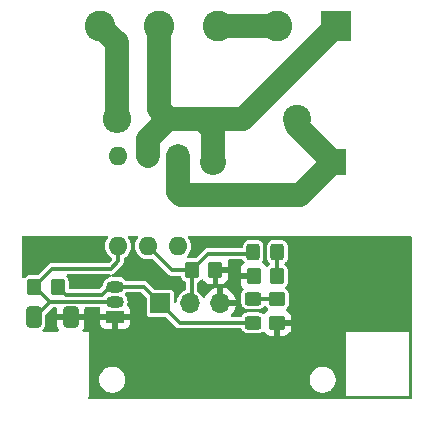
<source format=gbr>
%TF.GenerationSoftware,KiCad,Pcbnew,7.0.6-1.fc38*%
%TF.CreationDate,2023-08-14T17:52:23+02:00*%
%TF.ProjectId,220V_OPTO_SWITCH,32323056-5f4f-4505-944f-5f5357495443,rev?*%
%TF.SameCoordinates,Original*%
%TF.FileFunction,Copper,L1,Top*%
%TF.FilePolarity,Positive*%
%FSLAX46Y46*%
G04 Gerber Fmt 4.6, Leading zero omitted, Abs format (unit mm)*
G04 Created by KiCad (PCBNEW 7.0.6-1.fc38) date 2023-08-14 17:52:23*
%MOMM*%
%LPD*%
G01*
G04 APERTURE LIST*
G04 Aperture macros list*
%AMRoundRect*
0 Rectangle with rounded corners*
0 $1 Rounding radius*
0 $2 $3 $4 $5 $6 $7 $8 $9 X,Y pos of 4 corners*
0 Add a 4 corners polygon primitive as box body*
4,1,4,$2,$3,$4,$5,$6,$7,$8,$9,$2,$3,0*
0 Add four circle primitives for the rounded corners*
1,1,$1+$1,$2,$3*
1,1,$1+$1,$4,$5*
1,1,$1+$1,$6,$7*
1,1,$1+$1,$8,$9*
0 Add four rect primitives between the rounded corners*
20,1,$1+$1,$2,$3,$4,$5,0*
20,1,$1+$1,$4,$5,$6,$7,0*
20,1,$1+$1,$6,$7,$8,$9,0*
20,1,$1+$1,$8,$9,$2,$3,0*%
G04 Aperture macros list end*
%TA.AperFunction,ComponentPad*%
%ADD10R,1.600000X1.600000*%
%TD*%
%TA.AperFunction,ComponentPad*%
%ADD11O,1.600000X1.600000*%
%TD*%
%TA.AperFunction,SMDPad,CuDef*%
%ADD12RoundRect,0.250000X0.350000X0.450000X-0.350000X0.450000X-0.350000X-0.450000X0.350000X-0.450000X0*%
%TD*%
%TA.AperFunction,SMDPad,CuDef*%
%ADD13RoundRect,0.250000X-0.450000X0.350000X-0.450000X-0.350000X0.450000X-0.350000X0.450000X0.350000X0*%
%TD*%
%TA.AperFunction,SMDPad,CuDef*%
%ADD14RoundRect,0.250000X-0.350000X-0.450000X0.350000X-0.450000X0.350000X0.450000X-0.350000X0.450000X0*%
%TD*%
%TA.AperFunction,ComponentPad*%
%ADD15C,2.400000*%
%TD*%
%TA.AperFunction,ComponentPad*%
%ADD16O,2.400000X2.400000*%
%TD*%
%TA.AperFunction,ComponentPad*%
%ADD17R,1.500000X1.050000*%
%TD*%
%TA.AperFunction,ComponentPad*%
%ADD18O,1.500000X1.050000*%
%TD*%
%TA.AperFunction,ComponentPad*%
%ADD19R,1.700000X1.700000*%
%TD*%
%TA.AperFunction,ComponentPad*%
%ADD20O,1.700000X1.700000*%
%TD*%
%TA.AperFunction,ComponentPad*%
%ADD21R,2.600000X2.600000*%
%TD*%
%TA.AperFunction,ComponentPad*%
%ADD22C,2.600000*%
%TD*%
%TA.AperFunction,SMDPad,CuDef*%
%ADD23RoundRect,0.250000X0.325000X0.450000X-0.325000X0.450000X-0.325000X-0.450000X0.325000X-0.450000X0*%
%TD*%
%TA.AperFunction,SMDPad,CuDef*%
%ADD24RoundRect,0.250000X-0.450000X0.325000X-0.450000X-0.325000X0.450000X-0.325000X0.450000X0.325000X0*%
%TD*%
%TA.AperFunction,ComponentPad*%
%ADD25R,2.200000X2.200000*%
%TD*%
%TA.AperFunction,ComponentPad*%
%ADD26O,2.200000X2.200000*%
%TD*%
%TA.AperFunction,SMDPad,CuDef*%
%ADD27RoundRect,0.250000X-0.412500X-0.650000X0.412500X-0.650000X0.412500X0.650000X-0.412500X0.650000X0*%
%TD*%
%TA.AperFunction,ViaPad*%
%ADD28C,0.800000*%
%TD*%
%TA.AperFunction,Conductor*%
%ADD29C,0.350000*%
%TD*%
%TA.AperFunction,Conductor*%
%ADD30C,2.000000*%
%TD*%
G04 APERTURE END LIST*
D10*
%TO.P,U1,1*%
%TO.N,Net-(D1-K)*%
X95631000Y-79375000D03*
D11*
%TO.P,U1,2*%
%TO.N,NEUT*%
X93091000Y-79375000D03*
%TO.P,U1,3,NC*%
%TO.N,unconnected-(U1-NC-Pad3)*%
X90551000Y-79375000D03*
%TO.P,U1,4*%
%TO.N,Net-(Q1-B)*%
X90551000Y-86995000D03*
%TO.P,U1,5*%
%TO.N,+3.3V*%
X93091000Y-86995000D03*
%TO.P,U1,6*%
%TO.N,unconnected-(U1-Pad6)*%
X95631000Y-86995000D03*
%TD*%
D12*
%TO.P,R5,1*%
%TO.N,Net-(D3-K)*%
X104013000Y-89535000D03*
%TO.P,R5,2*%
%TO.N,GND*%
X102013000Y-89535000D03*
%TD*%
D13*
%TO.P,R4,1*%
%TO.N,Net-(D2-K)*%
X104013000Y-91472000D03*
%TO.P,R4,2*%
%TO.N,GND*%
X104013000Y-93472000D03*
%TD*%
D12*
%TO.P,R3,1*%
%TO.N,SIG*%
X85455000Y-90424000D03*
%TO.P,R3,2*%
%TO.N,Net-(Q1-B)*%
X83455000Y-90424000D03*
%TD*%
D14*
%TO.P,R2,1*%
%TO.N,+3.3V*%
X96790000Y-89027000D03*
%TO.P,R2,2*%
%TO.N,GND*%
X98790000Y-89027000D03*
%TD*%
D15*
%TO.P,R1,1*%
%TO.N,Net-(D1-K)*%
X105664000Y-76200000D03*
D16*
%TO.P,R1,2*%
%TO.N,-VSW*%
X90424000Y-76200000D03*
%TD*%
D17*
%TO.P,Q1,1,C*%
%TO.N,GND*%
X90297000Y-92964000D03*
D18*
%TO.P,Q1,2,B*%
%TO.N,Net-(Q1-B)*%
X90297000Y-91694000D03*
%TO.P,Q1,3,E*%
%TO.N,SIG*%
X90297000Y-90424000D03*
%TD*%
D19*
%TO.P,J2,1,Pin_1*%
%TO.N,SIG*%
X94107000Y-91821000D03*
D20*
%TO.P,J2,2,Pin_2*%
%TO.N,+3.3V*%
X96647000Y-91821000D03*
%TO.P,J2,3,Pin_3*%
%TO.N,GND*%
X99187000Y-91821000D03*
%TD*%
D21*
%TO.P,J1,1,Pin_1*%
%TO.N,NEUT*%
X109013000Y-68326000D03*
D22*
%TO.P,J1,2,Pin_2*%
%TO.N,LINE*%
X104013000Y-68326000D03*
%TO.P,J1,3,Pin_3*%
X99013000Y-68326000D03*
%TO.P,J1,4,Pin_4*%
%TO.N,NEUT*%
X94013000Y-68326000D03*
%TO.P,J1,5,Pin_5*%
%TO.N,-VSW*%
X89013000Y-68326000D03*
%TD*%
D23*
%TO.P,D3,1,K*%
%TO.N,Net-(D3-K)*%
X104031000Y-87503000D03*
%TO.P,D3,2,A*%
%TO.N,+3.3V*%
X101981000Y-87503000D03*
%TD*%
D24*
%TO.P,D2,1,K*%
%TO.N,Net-(D2-K)*%
X101981000Y-91431000D03*
%TO.P,D2,2,A*%
%TO.N,SIG*%
X101981000Y-93481000D03*
%TD*%
D25*
%TO.P,D1,1,K*%
%TO.N,Net-(D1-K)*%
X108712000Y-79883000D03*
D26*
%TO.P,D1,2,A*%
%TO.N,NEUT*%
X98552000Y-79883000D03*
%TD*%
D27*
%TO.P,C1,1*%
%TO.N,Net-(Q1-B)*%
X83400500Y-92964000D03*
%TO.P,C1,2*%
%TO.N,GND*%
X86525500Y-92964000D03*
%TD*%
D28*
%TO.N,GND*%
X100330000Y-89154000D03*
X93726000Y-93980000D03*
X86868000Y-90170000D03*
X93091000Y-89154000D03*
X86233000Y-87503000D03*
%TD*%
D29*
%TO.N,Net-(D3-K)*%
X104031000Y-87503000D02*
X104031000Y-89517000D01*
X104031000Y-89517000D02*
X104013000Y-89535000D01*
%TO.N,+3.3V*%
X98187000Y-87630000D02*
X101854000Y-87630000D01*
X101854000Y-87630000D02*
X101981000Y-87503000D01*
X93091000Y-86995000D02*
X95123000Y-89027000D01*
X95123000Y-89027000D02*
X96790000Y-89027000D01*
%TO.N,Net-(Q1-B)*%
X90551000Y-88265000D02*
X89916000Y-88900000D01*
X90551000Y-86995000D02*
X90551000Y-88265000D01*
X89916000Y-88900000D02*
X84979000Y-88900000D01*
X84979000Y-88900000D02*
X83455000Y-90424000D01*
D30*
%TO.N,NEUT*%
X97663000Y-76200000D02*
X101139000Y-76200000D01*
X101139000Y-76200000D02*
X109013000Y-68326000D01*
%TO.N,LINE*%
X99013000Y-68326000D02*
X104013000Y-68326000D01*
%TO.N,NEUT*%
X94013000Y-68326000D02*
X94013000Y-75407000D01*
X94013000Y-75407000D02*
X94806000Y-76200000D01*
%TO.N,-VSW*%
X90410000Y-69723000D02*
X90424000Y-69723000D01*
X89013000Y-68326000D02*
X90410000Y-69723000D01*
X90424000Y-69723000D02*
X90424000Y-76200000D01*
D29*
%TO.N,Net-(Q1-B)*%
X83455000Y-90424000D02*
X83537500Y-90424000D01*
X83537500Y-90424000D02*
X84802500Y-91689000D01*
X83400500Y-92964000D02*
X83527500Y-92964000D01*
X83527500Y-92964000D02*
X84802500Y-91689000D01*
%TO.N,Net-(D3-K)*%
X104013000Y-87655000D02*
X104038000Y-87630000D01*
%TO.N,+3.3V*%
X98187000Y-87630000D02*
X96790000Y-89027000D01*
%TO.N,Net-(D2-K)*%
X101981000Y-91431000D02*
X103972000Y-91431000D01*
X103972000Y-91431000D02*
X104013000Y-91472000D01*
%TO.N,SIG*%
X94107000Y-91821000D02*
X95767000Y-93481000D01*
X95767000Y-93481000D02*
X101981000Y-93481000D01*
%TO.N,GND*%
X98790000Y-91424000D02*
X99187000Y-91821000D01*
%TO.N,+3.3V*%
X96790000Y-89027000D02*
X96790000Y-91678000D01*
X96790000Y-91678000D02*
X96647000Y-91821000D01*
%TO.N,SIG*%
X90297000Y-90424000D02*
X92710000Y-90424000D01*
X92710000Y-90424000D02*
X94107000Y-91821000D01*
X86170000Y-91139000D02*
X89154000Y-91139000D01*
X85455000Y-90424000D02*
X86170000Y-91139000D01*
X89154000Y-91139000D02*
X89869000Y-90424000D01*
X89869000Y-90424000D02*
X90297000Y-90424000D01*
%TO.N,Net-(Q1-B)*%
X84802500Y-91689000D02*
X90292000Y-91689000D01*
X90292000Y-91689000D02*
X90297000Y-91694000D01*
D30*
%TO.N,Net-(D1-K)*%
X105664000Y-76200000D02*
X105664000Y-76835000D01*
X105664000Y-76835000D02*
X108712000Y-79883000D01*
X95631000Y-82423000D02*
X95885000Y-82677000D01*
X95631000Y-79375000D02*
X95631000Y-82423000D01*
X95885000Y-82677000D02*
X105918000Y-82677000D01*
X105918000Y-82677000D02*
X108712000Y-79883000D01*
%TO.N,NEUT*%
X98552000Y-79883000D02*
X98552000Y-77089000D01*
X98552000Y-77089000D02*
X97663000Y-76200000D01*
X97663000Y-76200000D02*
X94806000Y-76200000D01*
X94806000Y-76200000D02*
X93091000Y-77915000D01*
X93091000Y-77915000D02*
X93091000Y-79375000D01*
%TD*%
%TA.AperFunction,Conductor*%
%TO.N,GND*%
G36*
X115385539Y-86125685D02*
G01*
X115431294Y-86178489D01*
X115442500Y-86230000D01*
X115442500Y-99824500D01*
X115422815Y-99891539D01*
X115370011Y-99937294D01*
X115318500Y-99948500D01*
X88121947Y-99948500D01*
X88054908Y-99928815D01*
X88009153Y-99876011D01*
X87999209Y-99806853D01*
X88028234Y-99743297D01*
X88034266Y-99736819D01*
X88069410Y-99701675D01*
X88069410Y-98298000D01*
X88937785Y-98298000D01*
X88956602Y-98501082D01*
X89012417Y-98697247D01*
X89012422Y-98697260D01*
X89103327Y-98879821D01*
X89226237Y-99042581D01*
X89376958Y-99179980D01*
X89376960Y-99179982D01*
X89503148Y-99258113D01*
X89550363Y-99287348D01*
X89581863Y-99299551D01*
X89584927Y-99300844D01*
X89585002Y-99300870D01*
X89585004Y-99300871D01*
X89586021Y-99301223D01*
X89587499Y-99301735D01*
X89665885Y-99332101D01*
X89740544Y-99361024D01*
X89773395Y-99367165D01*
X89776608Y-99367854D01*
X89783070Y-99369422D01*
X89783075Y-99369424D01*
X89783079Y-99369424D01*
X89783081Y-99369425D01*
X89793493Y-99370922D01*
X89820696Y-99376007D01*
X89941024Y-99398500D01*
X89941026Y-99398500D01*
X89976437Y-99398500D01*
X89984643Y-99399086D01*
X89984649Y-99398972D01*
X89990537Y-99399252D01*
X89990541Y-99399253D01*
X89990544Y-99399252D01*
X89990548Y-99399253D01*
X89998954Y-99398853D01*
X89998964Y-99398855D01*
X90004938Y-99398570D01*
X90007891Y-99398500D01*
X90144975Y-99398500D01*
X90144976Y-99398500D01*
X90188198Y-99390420D01*
X90196646Y-99389435D01*
X90199902Y-99389280D01*
X90199904Y-99389279D01*
X90201781Y-99389190D01*
X90201827Y-99389185D01*
X90234914Y-99387608D01*
X90265294Y-99376008D01*
X90345456Y-99361024D01*
X90390381Y-99343619D01*
X90398145Y-99341186D01*
X90403593Y-99339865D01*
X90403596Y-99339863D01*
X90406340Y-99339198D01*
X90406370Y-99339190D01*
X90435586Y-99332101D01*
X90461999Y-99315875D01*
X90518895Y-99293833D01*
X90535635Y-99287349D01*
X90535640Y-99287346D01*
X90580244Y-99259728D01*
X90587092Y-99256064D01*
X90594251Y-99252795D01*
X90594254Y-99252792D01*
X90598575Y-99250820D01*
X90600528Y-99249928D01*
X90601782Y-99249747D01*
X90605029Y-99247872D01*
X90622245Y-99240010D01*
X90644028Y-99220234D01*
X90709041Y-99179981D01*
X90751053Y-99141681D01*
X90756809Y-99137036D01*
X90764985Y-99131215D01*
X90764989Y-99131210D01*
X90765077Y-99131148D01*
X90767906Y-99130168D01*
X90774622Y-99124350D01*
X90788296Y-99114612D01*
X90805053Y-99092453D01*
X90859764Y-99042579D01*
X90896691Y-98993678D01*
X90901278Y-98988278D01*
X90904207Y-98985203D01*
X90905284Y-98984074D01*
X90909302Y-98981752D01*
X90917799Y-98970949D01*
X90927839Y-98960419D01*
X90939455Y-98937050D01*
X90982673Y-98879821D01*
X91009822Y-98825297D01*
X91017339Y-98817189D01*
X91018541Y-98814187D01*
X91029342Y-98793235D01*
X91035993Y-98782884D01*
X91042607Y-98759455D01*
X91073582Y-98697250D01*
X91090598Y-98637443D01*
X91097343Y-98626750D01*
X91098596Y-98620253D01*
X91105240Y-98597626D01*
X91108947Y-98588365D01*
X91110948Y-98565921D01*
X91129397Y-98501083D01*
X91136368Y-98425845D01*
X91137217Y-98419880D01*
X91140510Y-98402799D01*
X91140510Y-98402794D01*
X91144179Y-98383758D01*
X91142173Y-98363195D01*
X91148215Y-98298000D01*
X106760785Y-98298000D01*
X106779602Y-98501082D01*
X106835417Y-98697247D01*
X106835422Y-98697260D01*
X106926327Y-98879821D01*
X107049237Y-99042581D01*
X107199958Y-99179980D01*
X107199960Y-99179982D01*
X107326148Y-99258113D01*
X107373363Y-99287348D01*
X107404863Y-99299551D01*
X107407927Y-99300844D01*
X107408002Y-99300870D01*
X107408004Y-99300871D01*
X107409021Y-99301223D01*
X107410499Y-99301735D01*
X107488885Y-99332101D01*
X107563544Y-99361024D01*
X107596395Y-99367165D01*
X107599608Y-99367854D01*
X107606070Y-99369422D01*
X107606075Y-99369424D01*
X107606079Y-99369424D01*
X107606081Y-99369425D01*
X107616493Y-99370922D01*
X107643696Y-99376007D01*
X107764024Y-99398500D01*
X107764026Y-99398500D01*
X107799437Y-99398500D01*
X107807643Y-99399086D01*
X107807649Y-99398972D01*
X107813537Y-99399252D01*
X107813541Y-99399253D01*
X107813544Y-99399252D01*
X107813548Y-99399253D01*
X107821954Y-99398853D01*
X107821964Y-99398855D01*
X107827938Y-99398570D01*
X107830891Y-99398500D01*
X107967975Y-99398500D01*
X107967976Y-99398500D01*
X108011198Y-99390420D01*
X108019646Y-99389435D01*
X108022902Y-99389280D01*
X108022904Y-99389279D01*
X108024781Y-99389190D01*
X108024827Y-99389185D01*
X108057914Y-99387608D01*
X108088294Y-99376008D01*
X108168456Y-99361024D01*
X108213381Y-99343619D01*
X108221145Y-99341186D01*
X108226593Y-99339865D01*
X108226596Y-99339863D01*
X108229340Y-99339198D01*
X108229370Y-99339190D01*
X108258586Y-99332101D01*
X108284999Y-99315875D01*
X108341895Y-99293833D01*
X108358635Y-99287349D01*
X108358640Y-99287346D01*
X108403244Y-99259728D01*
X108410092Y-99256064D01*
X108417251Y-99252795D01*
X108417254Y-99252792D01*
X108421575Y-99250820D01*
X108423528Y-99249928D01*
X108424782Y-99249747D01*
X108428029Y-99247872D01*
X108445245Y-99240010D01*
X108467028Y-99220234D01*
X108532041Y-99179981D01*
X108574053Y-99141681D01*
X108579809Y-99137036D01*
X108587985Y-99131215D01*
X108587989Y-99131210D01*
X108588077Y-99131148D01*
X108590906Y-99130168D01*
X108597622Y-99124350D01*
X108611296Y-99114612D01*
X108628053Y-99092453D01*
X108682764Y-99042579D01*
X108719691Y-98993678D01*
X108724278Y-98988278D01*
X108727207Y-98985203D01*
X108728284Y-98984074D01*
X108732302Y-98981752D01*
X108740799Y-98970949D01*
X108750839Y-98960419D01*
X108762455Y-98937050D01*
X108805673Y-98879821D01*
X108832822Y-98825297D01*
X108840339Y-98817189D01*
X108841541Y-98814187D01*
X108852342Y-98793235D01*
X108858993Y-98782884D01*
X108865607Y-98759455D01*
X108896582Y-98697250D01*
X108913598Y-98637443D01*
X108920343Y-98626750D01*
X108921596Y-98620253D01*
X108928240Y-98597626D01*
X108931947Y-98588365D01*
X108933948Y-98565921D01*
X108952397Y-98501083D01*
X108959368Y-98425845D01*
X108960217Y-98419880D01*
X108963510Y-98402799D01*
X108963510Y-98402794D01*
X108967179Y-98383758D01*
X108965173Y-98363195D01*
X108971215Y-98298000D01*
X108965173Y-98232804D01*
X108968180Y-98217433D01*
X108960220Y-98176132D01*
X108959368Y-98170148D01*
X108952397Y-98094917D01*
X108933948Y-98030076D01*
X108934091Y-98012986D01*
X108928239Y-97998369D01*
X108921597Y-97975746D01*
X108921152Y-97973440D01*
X108913599Y-97958558D01*
X108896582Y-97898750D01*
X108896581Y-97898747D01*
X108896580Y-97898744D01*
X108865608Y-97836546D01*
X108862365Y-97818359D01*
X108852342Y-97802762D01*
X108841891Y-97782490D01*
X108832824Y-97770705D01*
X108805673Y-97716179D01*
X108805670Y-97716175D01*
X108805669Y-97716173D01*
X108762456Y-97658949D01*
X108755456Y-97640420D01*
X108740797Y-97625047D01*
X108734144Y-97616588D01*
X108728316Y-97611957D01*
X108724299Y-97607744D01*
X108719692Y-97602322D01*
X108709043Y-97588220D01*
X108682766Y-97553422D01*
X108682764Y-97553420D01*
X108628055Y-97503547D01*
X108617101Y-97485519D01*
X108597623Y-97471649D01*
X108592369Y-97467096D01*
X108588065Y-97464842D01*
X108579832Y-97458978D01*
X108574024Y-97454291D01*
X108559766Y-97441293D01*
X108532041Y-97416019D01*
X108532034Y-97416015D01*
X108532032Y-97416013D01*
X108467029Y-97375765D01*
X108452113Y-97359124D01*
X108428029Y-97348126D01*
X108425533Y-97346685D01*
X108423586Y-97346097D01*
X108410104Y-97339940D01*
X108403214Y-97336253D01*
X108358637Y-97308652D01*
X108312282Y-97290694D01*
X108284993Y-97280122D01*
X108266320Y-97265772D01*
X108226264Y-97256055D01*
X108224216Y-97255558D01*
X108221155Y-97254815D01*
X108213370Y-97252375D01*
X108182645Y-97240473D01*
X108168456Y-97234976D01*
X108168447Y-97234974D01*
X108168446Y-97234974D01*
X108088284Y-97219988D01*
X108066247Y-97208783D01*
X108019641Y-97206563D01*
X108011191Y-97205577D01*
X107967980Y-97197500D01*
X107967976Y-97197500D01*
X107830834Y-97197500D01*
X107827884Y-97197430D01*
X107813540Y-97196746D01*
X107807649Y-97197028D01*
X107807643Y-97196913D01*
X107799437Y-97197500D01*
X107764024Y-97197500D01*
X107720816Y-97205577D01*
X107616491Y-97225078D01*
X107606072Y-97226576D01*
X107599593Y-97228148D01*
X107596373Y-97228839D01*
X107563548Y-97234975D01*
X107563538Y-97234977D01*
X107410496Y-97294266D01*
X107407915Y-97295159D01*
X107404811Y-97296468D01*
X107373363Y-97308651D01*
X107373361Y-97308652D01*
X107199957Y-97416020D01*
X107049237Y-97553418D01*
X106926327Y-97716178D01*
X106835422Y-97898739D01*
X106835417Y-97898752D01*
X106779602Y-98094917D01*
X106760785Y-98297999D01*
X106760785Y-98298000D01*
X91148215Y-98298000D01*
X91142173Y-98232804D01*
X91145180Y-98217433D01*
X91137220Y-98176132D01*
X91136368Y-98170148D01*
X91129397Y-98094917D01*
X91110948Y-98030076D01*
X91111091Y-98012986D01*
X91105239Y-97998369D01*
X91098597Y-97975746D01*
X91098152Y-97973440D01*
X91090599Y-97958558D01*
X91073582Y-97898750D01*
X91073581Y-97898747D01*
X91073580Y-97898744D01*
X91042608Y-97836546D01*
X91039365Y-97818359D01*
X91029342Y-97802762D01*
X91018891Y-97782490D01*
X91009824Y-97770705D01*
X90982673Y-97716179D01*
X90982670Y-97716175D01*
X90982669Y-97716173D01*
X90939456Y-97658949D01*
X90932456Y-97640420D01*
X90917797Y-97625047D01*
X90911144Y-97616588D01*
X90905316Y-97611957D01*
X90901299Y-97607744D01*
X90896692Y-97602322D01*
X90886043Y-97588220D01*
X90859766Y-97553422D01*
X90859764Y-97553420D01*
X90805055Y-97503547D01*
X90794101Y-97485519D01*
X90774623Y-97471649D01*
X90769369Y-97467096D01*
X90765065Y-97464842D01*
X90756832Y-97458978D01*
X90751024Y-97454291D01*
X90736766Y-97441293D01*
X90709041Y-97416019D01*
X90709034Y-97416015D01*
X90709032Y-97416013D01*
X90644029Y-97375765D01*
X90629113Y-97359124D01*
X90605029Y-97348126D01*
X90602533Y-97346685D01*
X90600586Y-97346097D01*
X90587104Y-97339940D01*
X90580214Y-97336253D01*
X90535637Y-97308652D01*
X90489282Y-97290694D01*
X90461993Y-97280122D01*
X90443320Y-97265772D01*
X90403264Y-97256055D01*
X90401216Y-97255558D01*
X90398155Y-97254815D01*
X90390370Y-97252375D01*
X90359645Y-97240473D01*
X90345456Y-97234976D01*
X90345447Y-97234974D01*
X90345446Y-97234974D01*
X90265284Y-97219988D01*
X90243247Y-97208783D01*
X90196641Y-97206563D01*
X90188191Y-97205577D01*
X90144980Y-97197500D01*
X90144976Y-97197500D01*
X90007834Y-97197500D01*
X90004884Y-97197430D01*
X89990540Y-97196746D01*
X89984649Y-97197028D01*
X89984643Y-97196913D01*
X89976437Y-97197500D01*
X89941024Y-97197500D01*
X89897816Y-97205577D01*
X89793491Y-97225078D01*
X89783072Y-97226576D01*
X89776593Y-97228148D01*
X89773373Y-97228839D01*
X89740548Y-97234975D01*
X89740538Y-97234977D01*
X89587496Y-97294266D01*
X89584915Y-97295159D01*
X89581811Y-97296468D01*
X89550363Y-97308651D01*
X89550361Y-97308652D01*
X89376957Y-97416020D01*
X89226237Y-97553418D01*
X89103327Y-97716178D01*
X89012422Y-97898739D01*
X89012417Y-97898752D01*
X88956602Y-98094917D01*
X88937785Y-98297999D01*
X88937785Y-98298000D01*
X88069410Y-98298000D01*
X88069410Y-94240675D01*
X87654832Y-94240675D01*
X87587793Y-94220990D01*
X87542038Y-94168186D01*
X87532094Y-94099028D01*
X87549293Y-94051578D01*
X87622356Y-93933124D01*
X87622358Y-93933119D01*
X87677505Y-93766697D01*
X87677506Y-93766690D01*
X87687999Y-93663986D01*
X87688000Y-93663973D01*
X87688000Y-93214000D01*
X85363001Y-93214000D01*
X85363001Y-93663986D01*
X85373494Y-93766697D01*
X85428641Y-93933119D01*
X85428643Y-93933124D01*
X85501707Y-94051578D01*
X85520147Y-94118970D01*
X85499225Y-94185634D01*
X85445583Y-94230404D01*
X85396168Y-94240675D01*
X84266409Y-94240675D01*
X84199370Y-94220990D01*
X84153615Y-94168186D01*
X84143671Y-94099028D01*
X84172696Y-94035472D01*
X84191484Y-94017871D01*
X84205922Y-94006922D01*
X84219513Y-93988999D01*
X84297361Y-93886342D01*
X84352877Y-93745564D01*
X84363500Y-93657102D01*
X84363500Y-92851819D01*
X84383185Y-92784781D01*
X84399819Y-92764139D01*
X84963139Y-92200819D01*
X85024462Y-92167334D01*
X85050820Y-92164500D01*
X85239000Y-92164500D01*
X85306039Y-92184185D01*
X85351794Y-92236989D01*
X85363000Y-92288500D01*
X85363000Y-92714000D01*
X87687999Y-92714000D01*
X87687999Y-92288500D01*
X87707684Y-92221461D01*
X87760488Y-92175706D01*
X87811999Y-92164500D01*
X88937142Y-92164500D01*
X89004181Y-92184185D01*
X89049936Y-92236989D01*
X89059880Y-92306147D01*
X89053718Y-92330283D01*
X89053401Y-92331627D01*
X89047000Y-92391155D01*
X89047000Y-92714000D01*
X90017440Y-92714000D01*
X89978722Y-92756059D01*
X89928449Y-92870670D01*
X89918114Y-92995395D01*
X89948837Y-93116719D01*
X90012394Y-93214000D01*
X89047000Y-93214000D01*
X89047000Y-93536844D01*
X89053401Y-93596372D01*
X89053403Y-93596379D01*
X89103645Y-93731086D01*
X89103649Y-93731093D01*
X89189809Y-93846187D01*
X89189812Y-93846190D01*
X89304906Y-93932350D01*
X89304913Y-93932354D01*
X89439620Y-93982596D01*
X89439627Y-93982598D01*
X89499155Y-93988999D01*
X89499172Y-93989000D01*
X90047000Y-93989000D01*
X90047000Y-93244617D01*
X90116052Y-93298363D01*
X90234424Y-93339000D01*
X90328073Y-93339000D01*
X90420446Y-93323586D01*
X90530514Y-93264019D01*
X90547000Y-93246110D01*
X90547000Y-93989000D01*
X91094828Y-93989000D01*
X91094844Y-93988999D01*
X91154372Y-93982598D01*
X91154379Y-93982596D01*
X91289086Y-93932354D01*
X91289093Y-93932350D01*
X91404187Y-93846190D01*
X91404190Y-93846187D01*
X91490350Y-93731093D01*
X91490354Y-93731086D01*
X91540596Y-93596379D01*
X91540598Y-93596372D01*
X91546999Y-93536844D01*
X91547000Y-93536827D01*
X91547000Y-93214000D01*
X90576560Y-93214000D01*
X90615278Y-93171941D01*
X90665551Y-93057330D01*
X90675886Y-92932605D01*
X90645163Y-92811281D01*
X90581606Y-92714000D01*
X91547000Y-92714000D01*
X91547000Y-92391172D01*
X91546999Y-92391155D01*
X91540598Y-92331627D01*
X91540596Y-92331620D01*
X91490354Y-92196913D01*
X91490350Y-92196906D01*
X91404191Y-92081814D01*
X91404184Y-92081806D01*
X91365986Y-92053212D01*
X91324114Y-91997279D01*
X91319130Y-91927587D01*
X91320820Y-91920756D01*
X91322097Y-91916156D01*
X91322101Y-91916147D01*
X91351150Y-91738955D01*
X91341429Y-91559661D01*
X91341428Y-91559656D01*
X91293394Y-91386651D01*
X91293391Y-91386645D01*
X91209285Y-91228006D01*
X91135657Y-91141325D01*
X91107259Y-91077487D01*
X91117883Y-91008430D01*
X91144892Y-90971024D01*
X91154875Y-90961569D01*
X91160067Y-90953911D01*
X91213980Y-90909472D01*
X91262699Y-90899500D01*
X92461679Y-90899500D01*
X92528718Y-90919185D01*
X92549360Y-90935819D01*
X92920181Y-91306639D01*
X92953666Y-91367962D01*
X92956500Y-91394320D01*
X92956500Y-92715856D01*
X92956502Y-92715882D01*
X92959413Y-92740987D01*
X92959415Y-92740991D01*
X93004793Y-92843764D01*
X93004794Y-92843765D01*
X93084235Y-92923206D01*
X93187009Y-92968585D01*
X93212135Y-92971500D01*
X94533678Y-92971499D01*
X94600717Y-92991184D01*
X94621359Y-93007818D01*
X95385192Y-93771651D01*
X95401825Y-93792291D01*
X95403945Y-93795589D01*
X95441117Y-93827798D01*
X95444333Y-93830792D01*
X95454820Y-93841279D01*
X95454827Y-93841284D01*
X95454828Y-93841285D01*
X95466672Y-93850151D01*
X95470119Y-93852928D01*
X95507280Y-93885128D01*
X95507282Y-93885130D01*
X95510844Y-93886756D01*
X95533634Y-93900278D01*
X95536774Y-93902629D01*
X95582869Y-93919820D01*
X95586904Y-93921491D01*
X95631658Y-93941931D01*
X95635526Y-93942487D01*
X95661220Y-93949044D01*
X95664886Y-93950412D01*
X95713941Y-93953920D01*
X95718319Y-93954390D01*
X95732989Y-93956500D01*
X95747788Y-93956500D01*
X95752210Y-93956657D01*
X95801271Y-93960167D01*
X95805101Y-93959333D01*
X95831458Y-93956500D01*
X100914196Y-93956500D01*
X100981235Y-93976185D01*
X101026990Y-94028989D01*
X101029550Y-94035010D01*
X101046637Y-94078339D01*
X101046638Y-94078341D01*
X101138077Y-94198922D01*
X101258656Y-94290360D01*
X101258657Y-94290360D01*
X101258658Y-94290361D01*
X101399436Y-94345877D01*
X101487898Y-94356500D01*
X101487903Y-94356500D01*
X102474097Y-94356500D01*
X102474102Y-94356500D01*
X102562564Y-94345877D01*
X102703342Y-94290361D01*
X102776705Y-94234727D01*
X102842015Y-94209904D01*
X102910379Y-94224331D01*
X102957168Y-94268433D01*
X102970682Y-94290343D01*
X103094654Y-94414315D01*
X103243875Y-94506356D01*
X103243880Y-94506358D01*
X103410302Y-94561505D01*
X103410309Y-94561506D01*
X103513019Y-94571999D01*
X103762999Y-94571999D01*
X103763000Y-94571998D01*
X103763000Y-93722000D01*
X104263000Y-93722000D01*
X104263000Y-94571999D01*
X104512972Y-94571999D01*
X104512986Y-94571998D01*
X104615697Y-94561505D01*
X104782119Y-94506358D01*
X104782124Y-94506356D01*
X104931345Y-94414315D01*
X105055315Y-94290345D01*
X105090069Y-94234000D01*
X109855000Y-94234000D01*
X109855000Y-99695000D01*
X115189000Y-99695000D01*
X115189000Y-94234000D01*
X109855000Y-94234000D01*
X105090069Y-94234000D01*
X105147356Y-94141124D01*
X105147358Y-94141119D01*
X105202505Y-93974697D01*
X105202506Y-93974690D01*
X105212999Y-93871986D01*
X105213000Y-93871973D01*
X105213000Y-93722000D01*
X104263000Y-93722000D01*
X103763000Y-93722000D01*
X103763000Y-93346000D01*
X103782685Y-93278961D01*
X103835489Y-93233206D01*
X103887000Y-93222000D01*
X105212999Y-93222000D01*
X105212999Y-93072028D01*
X105212998Y-93072013D01*
X105202505Y-92969302D01*
X105147358Y-92802880D01*
X105147356Y-92802875D01*
X105055315Y-92653654D01*
X104931344Y-92529683D01*
X104931340Y-92529680D01*
X104814875Y-92457843D01*
X104768150Y-92405895D01*
X104756929Y-92336933D01*
X104784772Y-92272851D01*
X104805042Y-92253505D01*
X104855922Y-92214922D01*
X104947361Y-92094342D01*
X105002877Y-91953564D01*
X105013500Y-91865102D01*
X105013500Y-91078898D01*
X105002877Y-90990436D01*
X104947361Y-90849658D01*
X104947360Y-90849657D01*
X104947360Y-90849656D01*
X104855922Y-90729077D01*
X104735341Y-90637638D01*
X104728718Y-90635026D01*
X104673575Y-90592118D01*
X104650384Y-90526209D01*
X104666508Y-90458226D01*
X104699285Y-90420871D01*
X104755922Y-90377922D01*
X104847361Y-90257342D01*
X104902877Y-90116564D01*
X104913500Y-90028102D01*
X104913500Y-89041898D01*
X104902877Y-88953436D01*
X104847361Y-88812658D01*
X104847360Y-88812657D01*
X104847360Y-88812656D01*
X104755922Y-88692077D01*
X104654477Y-88615149D01*
X104612953Y-88558956D01*
X104608402Y-88489235D01*
X104642267Y-88428121D01*
X104654474Y-88417544D01*
X104712314Y-88373683D01*
X104748921Y-88345923D01*
X104770050Y-88318061D01*
X104840361Y-88225342D01*
X104895877Y-88084564D01*
X104906500Y-87996102D01*
X104906500Y-87009898D01*
X104895877Y-86921436D01*
X104840361Y-86780658D01*
X104840360Y-86780657D01*
X104840360Y-86780656D01*
X104748922Y-86660077D01*
X104628343Y-86568639D01*
X104487561Y-86513122D01*
X104441926Y-86507642D01*
X104399102Y-86502500D01*
X103662898Y-86502500D01*
X103623853Y-86507188D01*
X103574438Y-86513122D01*
X103433656Y-86568639D01*
X103313077Y-86660077D01*
X103221639Y-86780656D01*
X103166122Y-86921438D01*
X103160188Y-86970853D01*
X103155500Y-87009898D01*
X103155500Y-87996102D01*
X103160426Y-88037123D01*
X103166122Y-88084561D01*
X103166122Y-88084563D01*
X103166123Y-88084564D01*
X103170436Y-88095500D01*
X103221639Y-88225343D01*
X103313077Y-88345922D01*
X103389522Y-88403892D01*
X103431046Y-88460085D01*
X103435597Y-88529806D01*
X103401732Y-88590920D01*
X103389522Y-88601500D01*
X103270077Y-88692078D01*
X103231497Y-88742953D01*
X103175305Y-88784476D01*
X103105583Y-88789027D01*
X103044470Y-88755162D01*
X103027156Y-88733124D01*
X102955319Y-88616659D01*
X102955316Y-88616655D01*
X102831344Y-88492683D01*
X102831340Y-88492680D01*
X102781500Y-88461938D01*
X102734775Y-88409990D01*
X102723554Y-88341027D01*
X102747792Y-88281476D01*
X102790361Y-88225342D01*
X102845877Y-88084564D01*
X102856500Y-87996102D01*
X102856500Y-87009898D01*
X102845877Y-86921436D01*
X102790361Y-86780658D01*
X102790360Y-86780657D01*
X102790360Y-86780656D01*
X102698922Y-86660077D01*
X102578343Y-86568639D01*
X102437561Y-86513122D01*
X102391926Y-86507642D01*
X102349102Y-86502500D01*
X101612898Y-86502500D01*
X101573853Y-86507188D01*
X101524438Y-86513122D01*
X101383656Y-86568639D01*
X101263077Y-86660077D01*
X101171639Y-86780656D01*
X101116122Y-86921438D01*
X101110188Y-86970853D01*
X101105500Y-87009898D01*
X101105499Y-87009903D01*
X101105500Y-87009903D01*
X101105500Y-87030500D01*
X101085815Y-87097539D01*
X101033011Y-87143294D01*
X100981500Y-87154500D01*
X98251453Y-87154500D01*
X98225101Y-87151667D01*
X98221270Y-87150834D01*
X98221267Y-87150834D01*
X98184641Y-87153453D01*
X98172223Y-87154342D01*
X98167801Y-87154500D01*
X98152989Y-87154500D01*
X98138329Y-87156607D01*
X98133932Y-87157080D01*
X98084885Y-87160589D01*
X98084882Y-87160590D01*
X98081214Y-87161958D01*
X98055538Y-87168511D01*
X98051660Y-87169068D01*
X98051657Y-87169069D01*
X98006930Y-87189494D01*
X98002843Y-87191187D01*
X97956778Y-87208369D01*
X97956770Y-87208374D01*
X97953635Y-87210721D01*
X97930852Y-87224239D01*
X97927281Y-87225870D01*
X97927280Y-87225870D01*
X97897730Y-87251475D01*
X97890107Y-87258079D01*
X97886672Y-87260848D01*
X97874824Y-87269718D01*
X97864344Y-87280197D01*
X97861115Y-87283202D01*
X97847206Y-87295254D01*
X97823944Y-87315411D01*
X97823942Y-87315413D01*
X97821821Y-87318714D01*
X97805191Y-87339349D01*
X97154360Y-87990181D01*
X97093037Y-88023666D01*
X97066679Y-88026500D01*
X96453108Y-88026500D01*
X96386069Y-88006815D01*
X96340314Y-87954011D01*
X96330370Y-87884853D01*
X96359395Y-87821297D01*
X96369570Y-87810863D01*
X96447762Y-87739581D01*
X96447764Y-87739579D01*
X96570673Y-87576821D01*
X96661582Y-87394250D01*
X96717397Y-87198083D01*
X96736215Y-86995000D01*
X96717397Y-86791917D01*
X96661582Y-86595750D01*
X96648082Y-86568639D01*
X96615149Y-86502500D01*
X96570673Y-86413179D01*
X96488774Y-86304727D01*
X96464082Y-86239365D01*
X96478647Y-86171031D01*
X96527845Y-86121418D01*
X96587728Y-86106000D01*
X115318500Y-86106000D01*
X115385539Y-86125685D01*
G37*
%TD.AperFunction*%
%TA.AperFunction,Conductor*%
G36*
X101107024Y-88125185D02*
G01*
X101152779Y-88177989D01*
X101155334Y-88183997D01*
X101156964Y-88188128D01*
X101171639Y-88225343D01*
X101234601Y-88308371D01*
X101259424Y-88373683D01*
X101244996Y-88442047D01*
X101200899Y-88488831D01*
X101194661Y-88492678D01*
X101194655Y-88492683D01*
X101070684Y-88616654D01*
X100978643Y-88765875D01*
X100978641Y-88765880D01*
X100923494Y-88932302D01*
X100923493Y-88932309D01*
X100913000Y-89035013D01*
X100913000Y-89285000D01*
X102139000Y-89285000D01*
X102206039Y-89304685D01*
X102251794Y-89357489D01*
X102263000Y-89409000D01*
X102263000Y-89661000D01*
X102243315Y-89728039D01*
X102190511Y-89773794D01*
X102139000Y-89785000D01*
X100913001Y-89785000D01*
X100913001Y-90034986D01*
X100923494Y-90137697D01*
X100978641Y-90304119D01*
X100978643Y-90304124D01*
X101070684Y-90453345D01*
X101146908Y-90529569D01*
X101180393Y-90590892D01*
X101175409Y-90660584D01*
X101142215Y-90705220D01*
X101144075Y-90707080D01*
X101138079Y-90713075D01*
X101046639Y-90833656D01*
X100991122Y-90974438D01*
X100989201Y-90990438D01*
X100980500Y-91062898D01*
X100980500Y-91799102D01*
X100980909Y-91802505D01*
X100991122Y-91887561D01*
X100991122Y-91887563D01*
X100991123Y-91887564D01*
X101000260Y-91910734D01*
X101046639Y-92028343D01*
X101138077Y-92148922D01*
X101258656Y-92240360D01*
X101258657Y-92240360D01*
X101258658Y-92240361D01*
X101399436Y-92295877D01*
X101487898Y-92306500D01*
X101487903Y-92306500D01*
X102474097Y-92306500D01*
X102474102Y-92306500D01*
X102562564Y-92295877D01*
X102703342Y-92240361D01*
X102823922Y-92148922D01*
X102873577Y-92083441D01*
X102929769Y-92041919D01*
X102999490Y-92037367D01*
X103060605Y-92071231D01*
X103073139Y-92087867D01*
X103073514Y-92087584D01*
X103170077Y-92214922D01*
X103220952Y-92253501D01*
X103262475Y-92309693D01*
X103267027Y-92379414D01*
X103233163Y-92440528D01*
X103211125Y-92457843D01*
X103094656Y-92529682D01*
X102970682Y-92653656D01*
X102949604Y-92687830D01*
X102897656Y-92734554D01*
X102828693Y-92745775D01*
X102769141Y-92721536D01*
X102703342Y-92671639D01*
X102703341Y-92671638D01*
X102562561Y-92616122D01*
X102516926Y-92610642D01*
X102474102Y-92605500D01*
X101487898Y-92605500D01*
X101448853Y-92610188D01*
X101399438Y-92616122D01*
X101258656Y-92671639D01*
X101138077Y-92763077D01*
X101046638Y-92883658D01*
X101046637Y-92883660D01*
X101029550Y-92926990D01*
X100986644Y-92982134D01*
X100920736Y-93005327D01*
X100914196Y-93005500D01*
X100211050Y-93005500D01*
X100144011Y-92985815D01*
X100098256Y-92933011D01*
X100088312Y-92863853D01*
X100117337Y-92800297D01*
X100123369Y-92793819D01*
X100225105Y-92692082D01*
X100360600Y-92498578D01*
X100460429Y-92284492D01*
X100460432Y-92284486D01*
X100517636Y-92071000D01*
X99620686Y-92071000D01*
X99646493Y-92030844D01*
X99687000Y-91892889D01*
X99687000Y-91749111D01*
X99646493Y-91611156D01*
X99620686Y-91571000D01*
X100517636Y-91571000D01*
X100517635Y-91570999D01*
X100460432Y-91357513D01*
X100460429Y-91357507D01*
X100360600Y-91143422D01*
X100360599Y-91143420D01*
X100225113Y-90949926D01*
X100225108Y-90949920D01*
X100058082Y-90782894D01*
X99864578Y-90647399D01*
X99650492Y-90547570D01*
X99650486Y-90547567D01*
X99437000Y-90490364D01*
X99437000Y-91385498D01*
X99329315Y-91336320D01*
X99222763Y-91321000D01*
X99151237Y-91321000D01*
X99044685Y-91336320D01*
X98937000Y-91385498D01*
X98937000Y-90490364D01*
X98936999Y-90490364D01*
X98723513Y-90547567D01*
X98723507Y-90547570D01*
X98509422Y-90647399D01*
X98509420Y-90647400D01*
X98315926Y-90782886D01*
X98315920Y-90782891D01*
X98148891Y-90949920D01*
X98148886Y-90949926D01*
X98013400Y-91143420D01*
X98013399Y-91143422D01*
X97919705Y-91344348D01*
X97873532Y-91396787D01*
X97806339Y-91415939D01*
X97739457Y-91395723D01*
X97696324Y-91347216D01*
X97629366Y-91212745D01*
X97604778Y-91180186D01*
X97500872Y-91042593D01*
X97426110Y-90974438D01*
X97343302Y-90898948D01*
X97324219Y-90887132D01*
X97277586Y-90835106D01*
X97265499Y-90781711D01*
X97265499Y-90103662D01*
X97285184Y-90036624D01*
X97337988Y-89990869D01*
X97344009Y-89988309D01*
X97412339Y-89961362D01*
X97412337Y-89961362D01*
X97412342Y-89961361D01*
X97532922Y-89869922D01*
X97571502Y-89819046D01*
X97627692Y-89777524D01*
X97697413Y-89772971D01*
X97758528Y-89806836D01*
X97775843Y-89828875D01*
X97847680Y-89945340D01*
X97847683Y-89945344D01*
X97971654Y-90069315D01*
X98120875Y-90161356D01*
X98120880Y-90161358D01*
X98287302Y-90216505D01*
X98287309Y-90216506D01*
X98390019Y-90226999D01*
X98539999Y-90226999D01*
X98540000Y-90226998D01*
X98540000Y-89277000D01*
X99040000Y-89277000D01*
X99040000Y-90226999D01*
X99189972Y-90226999D01*
X99189986Y-90226998D01*
X99292697Y-90216505D01*
X99459119Y-90161358D01*
X99459124Y-90161356D01*
X99608345Y-90069315D01*
X99732315Y-89945345D01*
X99824356Y-89796124D01*
X99824358Y-89796119D01*
X99879505Y-89629697D01*
X99879506Y-89629690D01*
X99889999Y-89526986D01*
X99890000Y-89526973D01*
X99890000Y-89277000D01*
X99040000Y-89277000D01*
X98540000Y-89277000D01*
X98540000Y-88901000D01*
X98559685Y-88833961D01*
X98612489Y-88788206D01*
X98664000Y-88777000D01*
X99889999Y-88777000D01*
X99889999Y-88527028D01*
X99889998Y-88527013D01*
X99879505Y-88424302D01*
X99827879Y-88268504D01*
X99825477Y-88198676D01*
X99861209Y-88138634D01*
X99923729Y-88107441D01*
X99945585Y-88105500D01*
X101039985Y-88105500D01*
X101107024Y-88125185D01*
G37*
%TD.AperFunction*%
%TA.AperFunction,Conductor*%
G36*
X92201311Y-86125685D02*
G01*
X92247066Y-86178489D01*
X92257010Y-86247647D01*
X92233226Y-86304727D01*
X92151327Y-86413178D01*
X92060422Y-86595739D01*
X92060417Y-86595752D01*
X92004602Y-86791917D01*
X91985785Y-86994999D01*
X91985785Y-86995000D01*
X92004602Y-87198082D01*
X92060417Y-87394247D01*
X92060422Y-87394260D01*
X92151327Y-87576821D01*
X92274237Y-87739581D01*
X92424958Y-87876980D01*
X92424960Y-87876982D01*
X92465182Y-87901886D01*
X92598363Y-87984348D01*
X92788544Y-88058024D01*
X92989024Y-88095500D01*
X92989026Y-88095500D01*
X93192974Y-88095500D01*
X93192976Y-88095500D01*
X93393456Y-88058024D01*
X93393459Y-88058022D01*
X93399091Y-88056970D01*
X93399380Y-88058516D01*
X93461806Y-88059029D01*
X93513575Y-88090034D01*
X94741192Y-89317651D01*
X94757825Y-89338291D01*
X94759945Y-89341589D01*
X94797117Y-89373798D01*
X94800333Y-89376792D01*
X94810820Y-89387279D01*
X94821381Y-89395185D01*
X94822672Y-89396151D01*
X94826119Y-89398928D01*
X94863280Y-89431128D01*
X94863282Y-89431130D01*
X94866844Y-89432756D01*
X94889634Y-89446278D01*
X94892774Y-89448629D01*
X94938866Y-89465819D01*
X94942924Y-89467501D01*
X94987658Y-89487931D01*
X94991530Y-89488487D01*
X95017221Y-89495044D01*
X95020885Y-89496411D01*
X95069944Y-89499920D01*
X95074300Y-89500387D01*
X95088989Y-89502500D01*
X95103791Y-89502500D01*
X95108215Y-89502657D01*
X95157271Y-89506167D01*
X95161101Y-89505333D01*
X95187458Y-89502500D01*
X95777386Y-89502500D01*
X95844425Y-89522185D01*
X95890180Y-89574989D01*
X95897495Y-89601023D01*
X95898173Y-89600852D01*
X95900120Y-89608556D01*
X95900122Y-89608563D01*
X95900123Y-89608564D01*
X95903453Y-89617009D01*
X95955639Y-89749343D01*
X96047077Y-89869922D01*
X96167657Y-89961361D01*
X96200551Y-89974332D01*
X96235990Y-89988307D01*
X96291134Y-90031213D01*
X96314327Y-90097120D01*
X96314500Y-90103662D01*
X96314500Y-90631051D01*
X96294815Y-90698090D01*
X96242011Y-90743845D01*
X96235294Y-90746677D01*
X96131992Y-90786696D01*
X96131982Y-90786701D01*
X95950699Y-90898947D01*
X95793127Y-91042593D01*
X95664632Y-91212746D01*
X95569596Y-91403605D01*
X95569596Y-91403607D01*
X95511244Y-91608689D01*
X95504970Y-91676398D01*
X95479184Y-91741335D01*
X95422384Y-91782023D01*
X95352603Y-91785543D01*
X95291996Y-91750778D01*
X95259806Y-91688765D01*
X95257499Y-91664957D01*
X95257499Y-90926143D01*
X95257499Y-90926136D01*
X95256693Y-90919185D01*
X95254586Y-90901012D01*
X95254585Y-90901010D01*
X95254585Y-90901009D01*
X95209206Y-90798235D01*
X95129765Y-90718794D01*
X95123424Y-90715994D01*
X95026992Y-90673415D01*
X95001868Y-90670500D01*
X95001865Y-90670500D01*
X93680321Y-90670500D01*
X93613282Y-90650815D01*
X93592640Y-90634181D01*
X93091808Y-90133349D01*
X93075172Y-90112704D01*
X93073058Y-90109415D01*
X93073057Y-90109413D01*
X93058870Y-90097120D01*
X93035882Y-90077201D01*
X93032663Y-90074204D01*
X93022180Y-90063721D01*
X93010315Y-90054839D01*
X93006890Y-90052079D01*
X92969718Y-90019870D01*
X92966152Y-90018241D01*
X92943362Y-90004718D01*
X92940227Y-90002371D01*
X92894149Y-89985185D01*
X92890078Y-89983499D01*
X92845342Y-89963069D01*
X92845341Y-89963068D01*
X92845337Y-89963067D01*
X92841455Y-89962509D01*
X92815791Y-89955959D01*
X92812122Y-89954591D01*
X92812118Y-89954590D01*
X92812115Y-89954589D01*
X92804200Y-89954022D01*
X92763071Y-89951079D01*
X92758680Y-89950607D01*
X92744019Y-89948501D01*
X92744016Y-89948500D01*
X92744011Y-89948500D01*
X92744005Y-89948500D01*
X92729209Y-89948500D01*
X92724784Y-89948342D01*
X92675731Y-89944833D01*
X92675728Y-89944833D01*
X92673841Y-89945243D01*
X92671898Y-89945666D01*
X92645542Y-89948500D01*
X91258579Y-89948500D01*
X91191540Y-89928815D01*
X91164071Y-89904776D01*
X91093044Y-89821157D01*
X91074205Y-89806836D01*
X90950099Y-89712493D01*
X90787138Y-89637099D01*
X90787134Y-89637097D01*
X90611779Y-89598500D01*
X90101156Y-89598500D01*
X90034117Y-89578815D01*
X89988362Y-89526011D01*
X89978418Y-89456853D01*
X90007443Y-89393297D01*
X90049641Y-89361707D01*
X90051339Y-89360931D01*
X90051342Y-89360931D01*
X90096081Y-89340498D01*
X90100135Y-89338818D01*
X90146226Y-89321629D01*
X90149358Y-89319283D01*
X90172158Y-89305756D01*
X90173731Y-89305037D01*
X90175718Y-89304130D01*
X90212871Y-89271935D01*
X90216321Y-89269156D01*
X90218658Y-89267406D01*
X90228180Y-89260279D01*
X90238648Y-89249809D01*
X90241890Y-89246791D01*
X90279055Y-89214589D01*
X90281171Y-89211295D01*
X90297803Y-89190654D01*
X90841654Y-88646803D01*
X90862295Y-88630171D01*
X90865589Y-88628055D01*
X90897796Y-88590883D01*
X90900811Y-88587647D01*
X90903047Y-88585411D01*
X90911279Y-88577180D01*
X90920156Y-88565321D01*
X90922936Y-88561871D01*
X90931704Y-88551752D01*
X90955130Y-88524718D01*
X90956756Y-88521158D01*
X90970283Y-88498358D01*
X90972629Y-88495226D01*
X90985044Y-88461938D01*
X90989814Y-88449149D01*
X90991509Y-88445056D01*
X91011931Y-88400342D01*
X91012487Y-88396473D01*
X91019045Y-88370776D01*
X91020412Y-88367114D01*
X91023922Y-88318030D01*
X91024388Y-88313693D01*
X91026500Y-88299011D01*
X91026500Y-88284212D01*
X91026658Y-88279787D01*
X91027483Y-88268260D01*
X91030167Y-88230729D01*
X91029334Y-88226899D01*
X91026500Y-88200542D01*
X91026500Y-88064026D01*
X91046185Y-87996987D01*
X91085223Y-87958599D01*
X91217039Y-87876982D01*
X91217038Y-87876982D01*
X91217041Y-87876981D01*
X91367764Y-87739579D01*
X91490673Y-87576821D01*
X91581582Y-87394250D01*
X91637397Y-87198083D01*
X91656215Y-86995000D01*
X91637397Y-86791917D01*
X91581582Y-86595750D01*
X91568082Y-86568639D01*
X91535149Y-86502500D01*
X91490673Y-86413179D01*
X91408774Y-86304727D01*
X91384082Y-86239365D01*
X91398647Y-86171031D01*
X91447845Y-86121418D01*
X91507728Y-86106000D01*
X92134272Y-86106000D01*
X92201311Y-86125685D01*
G37*
%TD.AperFunction*%
%TA.AperFunction,Conductor*%
G36*
X89909178Y-89395185D02*
G01*
X89954933Y-89447989D01*
X89964877Y-89517147D01*
X89935852Y-89580703D01*
X89881732Y-89617009D01*
X89723338Y-89670378D01*
X89723336Y-89670378D01*
X89723336Y-89670379D01*
X89569482Y-89762950D01*
X89439123Y-89886431D01*
X89338358Y-90035051D01*
X89338357Y-90035053D01*
X89271900Y-90201847D01*
X89271899Y-90201850D01*
X89267776Y-90226999D01*
X89249572Y-90338034D01*
X89219303Y-90401004D01*
X89214888Y-90405652D01*
X88993360Y-90627181D01*
X88932037Y-90660666D01*
X88905679Y-90663500D01*
X86479500Y-90663500D01*
X86412461Y-90643815D01*
X86366706Y-90591011D01*
X86355500Y-90539500D01*
X86355500Y-90257342D01*
X86355500Y-89930898D01*
X86344877Y-89842436D01*
X86289361Y-89701658D01*
X86197922Y-89581078D01*
X86197920Y-89581076D01*
X86192877Y-89574426D01*
X86168054Y-89509114D01*
X86182482Y-89440750D01*
X86231579Y-89391039D01*
X86291681Y-89375500D01*
X89842139Y-89375500D01*
X89909178Y-89395185D01*
G37*
%TD.AperFunction*%
%TA.AperFunction,Conductor*%
G36*
X89661311Y-86125685D02*
G01*
X89707066Y-86178489D01*
X89717010Y-86247647D01*
X89693226Y-86304727D01*
X89611327Y-86413178D01*
X89520422Y-86595739D01*
X89520417Y-86595752D01*
X89464602Y-86791917D01*
X89445785Y-86994999D01*
X89445785Y-86995000D01*
X89464602Y-87198082D01*
X89520417Y-87394247D01*
X89520422Y-87394260D01*
X89611327Y-87576821D01*
X89734237Y-87739581D01*
X89884958Y-87876980D01*
X89884960Y-87876982D01*
X89987535Y-87940493D01*
X90034171Y-87992520D01*
X90045275Y-88061502D01*
X90017322Y-88125536D01*
X90009939Y-88133601D01*
X89755360Y-88388181D01*
X89694037Y-88421666D01*
X89667679Y-88424500D01*
X85043453Y-88424500D01*
X85017101Y-88421667D01*
X85013270Y-88420834D01*
X85013267Y-88420834D01*
X84976641Y-88423453D01*
X84964223Y-88424342D01*
X84959801Y-88424500D01*
X84944989Y-88424500D01*
X84930329Y-88426607D01*
X84925932Y-88427080D01*
X84876885Y-88430589D01*
X84876882Y-88430590D01*
X84873214Y-88431958D01*
X84847538Y-88438511D01*
X84843656Y-88439069D01*
X84798924Y-88459497D01*
X84794842Y-88461188D01*
X84792833Y-88461938D01*
X84748774Y-88478371D01*
X84748771Y-88478372D01*
X84745633Y-88480722D01*
X84722850Y-88494240D01*
X84719282Y-88495869D01*
X84682112Y-88528075D01*
X84678673Y-88530847D01*
X84666815Y-88539726D01*
X84656342Y-88550197D01*
X84653106Y-88553210D01*
X84615942Y-88585413D01*
X84613821Y-88588714D01*
X84597191Y-88609349D01*
X83819360Y-89387181D01*
X83758037Y-89420666D01*
X83731679Y-89423500D01*
X83061898Y-89423500D01*
X83022853Y-89428188D01*
X82973438Y-89434122D01*
X82832656Y-89489639D01*
X82712077Y-89581077D01*
X82646304Y-89667813D01*
X82590111Y-89709337D01*
X82520390Y-89713888D01*
X82459276Y-89680023D01*
X82426172Y-89618493D01*
X82423500Y-89592888D01*
X82423500Y-86230000D01*
X82443185Y-86162961D01*
X82495989Y-86117206D01*
X82547500Y-86106000D01*
X89594272Y-86106000D01*
X89661311Y-86125685D01*
G37*
%TD.AperFunction*%
%TD*%
M02*

</source>
